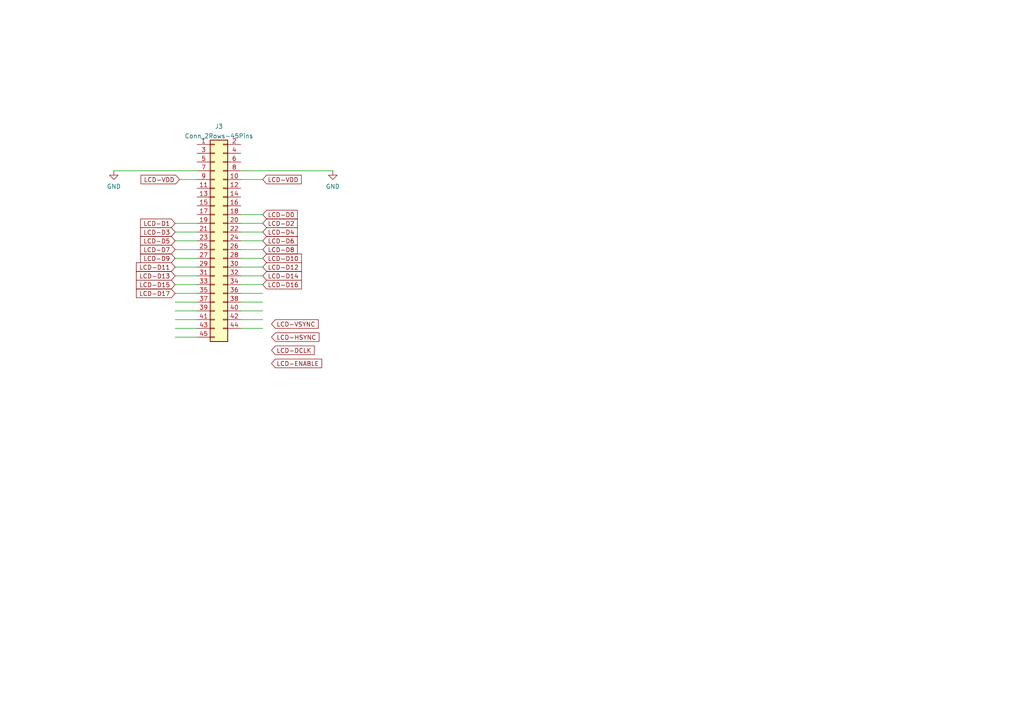
<source format=kicad_sch>
(kicad_sch (version 20210621) (generator eeschema)
  (paper "A4")
  (title_block (title "SAM9G10 SBC") (rev "0.1") (company "vd-rd"))
  (lib_symbols
    (symbol "Connector_Generic:Conn_2Rows-45Pins" (pin_names (offset 1.016) hide)
      (property "Reference" "J" (at 1.27 30.48 0))
      (property "Value" "Conn_2Rows-45Pins" (at 1.27 -30.48 0))
      (symbol "Conn_2Rows-45Pins_1_1"
        (rectangle (start -1.27 -27.813) (end 0 -28.067) (stroke (width 0.1524)))
        (rectangle (start -1.27 -25.273) (end 0 -25.527) (stroke (width 0.1524)))
        (rectangle (start -1.27 -22.733) (end 0 -22.987) (stroke (width 0.1524)))
        (rectangle (start -1.27 -20.193) (end 0 -20.447) (stroke (width 0.1524)))
        (rectangle (start -1.27 -17.653) (end 0 -17.907) (stroke (width 0.1524)))
        (rectangle (start -1.27 -15.113) (end 0 -15.367) (stroke (width 0.1524)))
        (rectangle (start -1.27 -12.573) (end 0 -12.827) (stroke (width 0.1524)))
        (rectangle (start -1.27 -10.033) (end 0 -10.287) (stroke (width 0.1524)))
        (rectangle (start -1.27 -7.493) (end 0 -7.747) (stroke (width 0.1524)))
        (rectangle (start -1.27 -4.953) (end 0 -5.207) (stroke (width 0.1524)))
        (rectangle (start -1.27 -2.413) (end 0 -2.667) (stroke (width 0.1524)))
        (rectangle (start -1.27 0.127) (end 0 -0.127) (stroke (width 0.1524)))
        (rectangle (start -1.27 2.667) (end 0 2.413) (stroke (width 0.1524)))
        (rectangle (start -1.27 5.207) (end 0 4.953) (stroke (width 0.1524)))
        (rectangle (start -1.27 7.747) (end 0 7.493) (stroke (width 0.1524)))
        (rectangle (start -1.27 10.287) (end 0 10.033) (stroke (width 0.1524)))
        (rectangle (start -1.27 12.827) (end 0 12.573) (stroke (width 0.1524)))
        (rectangle (start -1.27 15.367) (end 0 15.113) (stroke (width 0.1524)))
        (rectangle (start -1.27 17.907) (end 0 17.653) (stroke (width 0.1524)))
        (rectangle (start -1.27 20.447) (end 0 20.193) (stroke (width 0.1524)))
        (rectangle (start -1.27 22.987) (end 0 22.733) (stroke (width 0.1524)))
        (rectangle (start -1.27 25.527) (end 0 25.273) (stroke (width 0.1524)))
        (rectangle (start -1.27 28.067) (end 0 27.813) (stroke (width 0.1524)))
        (rectangle (start -1.27 29.21) (end 3.81 -29.21) (stroke (width 0.254)) (fill (type background)))
        (rectangle (start 3.81 -25.273) (end 2.54 -25.527) (stroke (width 0.1524)))
        (rectangle (start 3.81 -22.733) (end 2.54 -22.987) (stroke (width 0.1524)))
        (rectangle (start 3.81 -20.193) (end 2.54 -20.447) (stroke (width 0.1524)))
        (rectangle (start 3.81 -17.653) (end 2.54 -17.907) (stroke (width 0.1524)))
        (rectangle (start 3.81 -15.113) (end 2.54 -15.367) (stroke (width 0.1524)))
        (rectangle (start 3.81 -12.573) (end 2.54 -12.827) (stroke (width 0.1524)))
        (rectangle (start 3.81 -10.033) (end 2.54 -10.287) (stroke (width 0.1524)))
        (rectangle (start 3.81 -7.493) (end 2.54 -7.747) (stroke (width 0.1524)))
        (rectangle (start 3.81 -4.953) (end 2.54 -5.207) (stroke (width 0.1524)))
        (rectangle (start 3.81 -2.413) (end 2.54 -2.667) (stroke (width 0.1524)))
        (rectangle (start 3.81 0.127) (end 2.54 -0.127) (stroke (width 0.1524)))
        (rectangle (start 3.81 2.667) (end 2.54 2.413) (stroke (width 0.1524)))
        (rectangle (start 3.81 5.207) (end 2.54 4.953) (stroke (width 0.1524)))
        (rectangle (start 3.81 7.747) (end 2.54 7.493) (stroke (width 0.1524)))
        (rectangle (start 3.81 10.287) (end 2.54 10.033) (stroke (width 0.1524)))
        (rectangle (start 3.81 12.827) (end 2.54 12.573) (stroke (width 0.1524)))
        (rectangle (start 3.81 15.367) (end 2.54 15.113) (stroke (width 0.1524)))
        (rectangle (start 3.81 17.907) (end 2.54 17.653) (stroke (width 0.1524)))
        (rectangle (start 3.81 20.447) (end 2.54 20.193) (stroke (width 0.1524)))
        (rectangle (start 3.81 22.987) (end 2.54 22.733) (stroke (width 0.1524)))
        (rectangle (start 3.81 25.527) (end 2.54 25.273) (stroke (width 0.1524)))
        (rectangle (start 3.81 28.067) (end 2.54 27.813) (stroke (width 0.1524)))
        (pin passive line (at -5.08 27.94 0) (length 3.81) (name "Pin_1") (number "1"))
        (pin passive line (at 7.62 17.78 180) (length 3.81) (name "Pin_10") (number "10"))
        (pin passive line (at -5.08 15.24 0) (length 3.81) (name "Pin_11") (number "11"))
        (pin passive line (at 7.62 15.24 180) (length 3.81) (name "Pin_12") (number "12"))
        (pin passive line (at -5.08 12.7 0) (length 3.81) (name "Pin_13") (number "13"))
        (pin passive line (at 7.62 12.7 180) (length 3.81) (name "Pin_14") (number "14"))
        (pin passive line (at -5.08 10.16 0) (length 3.81) (name "Pin_15") (number "15"))
        (pin passive line (at 7.62 10.16 180) (length 3.81) (name "Pin_16") (number "16"))
        (pin passive line (at -5.08 7.62 0) (length 3.81) (name "Pin_17") (number "17"))
        (pin passive line (at 7.62 7.62 180) (length 3.81) (name "Pin_18") (number "18"))
        (pin passive line (at -5.08 5.08 0) (length 3.81) (name "Pin_19") (number "19"))
        (pin passive line (at 7.62 27.94 180) (length 3.81) (name "Pin_2") (number "2"))
        (pin passive line (at 7.62 5.08 180) (length 3.81) (name "Pin_20") (number "20"))
        (pin passive line (at -5.08 2.54 0) (length 3.81) (name "Pin_21") (number "21"))
        (pin passive line (at 7.62 2.54 180) (length 3.81) (name "Pin_22") (number "22"))
        (pin passive line (at -5.08 0 0) (length 3.81) (name "Pin_23") (number "23"))
        (pin passive line (at 7.62 0 180) (length 3.81) (name "Pin_24") (number "24"))
        (pin passive line (at -5.08 -2.54 0) (length 3.81) (name "Pin_25") (number "25"))
        (pin passive line (at 7.62 -2.54 180) (length 3.81) (name "Pin_26") (number "26"))
        (pin passive line (at -5.08 -5.08 0) (length 3.81) (name "Pin_27") (number "27"))
        (pin passive line (at 7.62 -5.08 180) (length 3.81) (name "Pin_28") (number "28"))
        (pin passive line (at -5.08 -7.62 0) (length 3.81) (name "Pin_29") (number "29"))
        (pin passive line (at -5.08 25.4 0) (length 3.81) (name "Pin_3") (number "3"))
        (pin passive line (at 7.62 -7.62 180) (length 3.81) (name "Pin_30") (number "30"))
        (pin passive line (at -5.08 -10.16 0) (length 3.81) (name "Pin_31") (number "31"))
        (pin passive line (at 7.62 -10.16 180) (length 3.81) (name "Pin_32") (number "32"))
        (pin passive line (at -5.08 -12.7 0) (length 3.81) (name "Pin_33") (number "33"))
        (pin passive line (at 7.62 -12.7 180) (length 3.81) (name "Pin_34") (number "34"))
        (pin passive line (at -5.08 -15.24 0) (length 3.81) (name "Pin_35") (number "35"))
        (pin passive line (at 7.62 -15.24 180) (length 3.81) (name "Pin_36") (number "36"))
        (pin passive line (at -5.08 -17.78 0) (length 3.81) (name "Pin_37") (number "37"))
        (pin passive line (at 7.62 -17.78 180) (length 3.81) (name "Pin_38") (number "38"))
        (pin passive line (at -5.08 -20.32 0) (length 3.81) (name "Pin_39") (number "39"))
        (pin passive line (at 7.62 25.4 180) (length 3.81) (name "Pin_4") (number "4"))
        (pin passive line (at 7.62 -20.32 180) (length 3.81) (name "Pin_40") (number "40"))
        (pin passive line (at -5.08 -22.86 0) (length 3.81) (name "Pin_41") (number "41"))
        (pin passive line (at 7.62 -22.86 180) (length 3.81) (name "Pin_42") (number "42"))
        (pin passive line (at -5.08 -25.4 0) (length 3.81) (name "Pin_43") (number "43"))
        (pin passive line (at 7.62 -25.4 180) (length 3.81) (name "Pin_44") (number "44"))
        (pin passive line (at -5.08 -27.94 0) (length 3.81) (name "Pin_45") (number "45"))
        (pin passive line (at -5.08 22.86 0) (length 3.81) (name "Pin_5") (number "5"))
        (pin passive line (at 7.62 22.86 180) (length 3.81) (name "Pin_6") (number "6"))
        (pin passive line (at -5.08 20.32 0) (length 3.81) (name "Pin_7") (number "7"))
        (pin passive line (at 7.62 20.32 180) (length 3.81) (name "Pin_8") (number "8"))
        (pin passive line (at -5.08 17.78 0) (length 3.81) (name "Pin_9") (number "9"))
      )
    )
    (symbol "power:GND" (power) (pin_names (offset 0))
      (property "Value" "GND" (at 0 -3.81 0))
      (symbol "GND_0_1"
        (polyline (pts (xy 0 0) (xy 0 -1.27) (xy 1.27 -1.27) (xy 0 -2.54) (xy -1.27 -1.27) (xy 0 -1.27)))
      )
      (symbol "GND_1_1"
        (pin power_in line (at 0 0 270) (length 0) hide (name "GND") (number "1"))
      )
    )
  )
  (wire (pts (xy 69.85 74.93) (xy 76.2 74.93)))
  (wire (pts (xy 69.85 90.17) (xy 76.2 90.17)))
  (wire (pts (xy 33.02 49.53) (xy 57.15 49.53)))
  (wire (pts (xy 50.8 97.79) (xy 57.15 97.79)))
  (wire (pts (xy 69.85 62.23) (xy 76.2 62.23)))
  (wire (pts (xy 69.85 87.63) (xy 76.2 87.63)))
  (wire (pts (xy 50.8 77.47) (xy 57.15 77.47)))
  (wire (pts (xy 69.85 49.53) (xy 96.52 49.53)))
  (wire (pts (xy 69.85 85.09) (xy 76.2 85.09)))
  (wire (pts (xy 50.8 87.63) (xy 57.15 87.63)))
  (wire (pts (xy 69.85 69.85) (xy 76.2 69.85)))
  (wire (pts (xy 50.8 90.17) (xy 57.15 90.17)))
  (wire (pts (xy 69.85 72.39) (xy 76.2 72.39)))
  (wire (pts (xy 52.07 52.07) (xy 57.15 52.07)))
  (wire (pts (xy 69.85 77.47) (xy 76.2 77.47)))
  (wire (pts (xy 69.85 67.31) (xy 76.2 67.31)))
  (wire (pts (xy 69.85 92.71) (xy 76.2 92.71)))
  (wire (pts (xy 50.8 67.31) (xy 57.15 67.31)))
  (wire (pts (xy 50.8 69.85) (xy 57.15 69.85)))
  (wire (pts (xy 50.8 85.09) (xy 57.15 85.09)))
  (wire (pts (xy 69.85 82.55) (xy 76.2 82.55)))
  (wire (pts (xy 50.8 95.25) (xy 57.15 95.25)))
  (wire (pts (xy 50.8 64.77) (xy 57.15 64.77)))
  (wire (pts (xy 69.85 80.01) (xy 76.2 80.01)))
  (wire (pts (xy 50.8 80.01) (xy 57.15 80.01)))
  (wire (pts (xy 50.8 82.55) (xy 57.15 82.55)))
  (wire (pts (xy 69.85 95.25) (xy 76.2 95.25)))
  (wire (pts (xy 50.8 74.93) (xy 57.15 74.93)))
  (wire (pts (xy 50.8 72.39) (xy 57.15 72.39)))
  (wire (pts (xy 69.85 52.07) (xy 76.2 52.07)))
  (wire (pts (xy 50.8 92.71) (xy 57.15 92.71)))
  (wire (pts (xy 69.85 64.77) (xy 76.2 64.77)))
  (global_label "LCD-D13" (shape input) (at 50.8 80.01 180) (property "Intersheet References" "${INTERSHEET_REFS}" (effects hide)))
  (global_label "LCD-D1" (shape input) (at 50.8 64.77 180) (property "Intersheet References" "${INTERSHEET_REFS}" (effects hide)))
  (global_label "LCD-D6" (shape input) (at 76.2 69.85 0) (property "Intersheet References" "${INTERSHEET_REFS}" (effects hide)))
  (global_label "LCD-D11" (shape input) (at 50.8 77.47 180) (property "Intersheet References" "${INTERSHEET_REFS}" (effects hide)))
  (global_label "LCD-D4" (shape input) (at 76.2 67.31 0) (property "Intersheet References" "${INTERSHEET_REFS}" (effects hide)))
  (global_label "LCD-HSYNC" (shape input) (at 78.74 97.79 0) (property "Intersheet References" "${INTERSHEET_REFS}" (effects hide)))
  (global_label "LCD-D5" (shape input) (at 50.8 69.85 180) (property "Intersheet References" "${INTERSHEET_REFS}" (effects hide)))
  (global_label "LCD-D14" (shape input) (at 76.2 80.01 0) (property "Intersheet References" "${INTERSHEET_REFS}" (effects hide)))
  (global_label "LCD-D12" (shape input) (at 76.2 77.47 0) (property "Intersheet References" "${INTERSHEET_REFS}" (effects hide)))
  (global_label "LCD-D2" (shape input) (at 76.2 64.77 0) (property "Intersheet References" "${INTERSHEET_REFS}" (effects hide)))
  (global_label "LCD-D0" (shape input) (at 76.2 62.23 0) (property "Intersheet References" "${INTERSHEET_REFS}" (effects hide)))
  (global_label "LCD-VDD" (shape input) (at 76.2 52.07 0) (property "Intersheet References" "${INTERSHEET_REFS}" (effects hide)))
  (global_label "LCD-D8" (shape input) (at 76.2 72.39 0) (property "Intersheet References" "${INTERSHEET_REFS}" (effects hide)))
  (global_label "LCD-ENABLE" (shape input) (at 78.74 105.41 0) (property "Intersheet References" "${INTERSHEET_REFS}" (effects hide)))
  (global_label "LCD-D7" (shape input) (at 50.8 72.39 180) (property "Intersheet References" "${INTERSHEET_REFS}" (effects hide)))
  (global_label "LCD-VSYNC" (shape input) (at 78.74 93.98 0) (property "Intersheet References" "${INTERSHEET_REFS}" (effects hide)))
  (global_label "LCD-DCLK" (shape input) (at 78.74 101.6 0) (property "Intersheet References" "${INTERSHEET_REFS}" (effects hide)))
  (global_label "LCD-D17" (shape input) (at 50.8 85.09 180) (property "Intersheet References" "${INTERSHEET_REFS}" (effects hide)))
  (global_label "LCD-D3" (shape input) (at 50.8 67.31 180) (property "Intersheet References" "${INTERSHEET_REFS}" (effects hide)))
  (global_label "LCD-D16" (shape input) (at 76.2 82.55 0) (property "Intersheet References" "${INTERSHEET_REFS}" (effects hide)))
  (global_label "LCD-VDD" (shape input) (at 52.07 52.07 180) (property "Intersheet References" "${INTERSHEET_REFS}" (effects hide)))
  (global_label "LCD-D10" (shape input) (at 76.2 74.93 0) (property "Intersheet References" "${INTERSHEET_REFS}" (effects hide)))
  (global_label "LCD-D9" (shape input) (at 50.8 74.93 180) (property "Intersheet References" "${INTERSHEET_REFS}" (effects hide)))
  (global_label "LCD-D15" (shape input) (at 50.8 82.55 180) (property "Intersheet References" "${INTERSHEET_REFS}" (effects hide)))
  (symbol (lib_id "Connector_Generic:Conn_2Rows-45Pins") (at 62.23 69.85 0) (unit 1)
    (property "Reference" "J3" (at 63.5 36.6734 0))
    (property "Value" "Conn_2Rows-45Pins" (at 63.5 39.4485 0))
    (property "Footprint" "Connector_FFC-FPC:Hirose_FH12-45S-0.5SH_1x45-1MP_P0.50mm_Horizontal" (effects hide))
  )
  (symbol (lib_id "power:GND") (at 96.52 49.53 0) (unit 1)
    (property "Reference" "#PWR0118" (effects hide))
    (property "Value" "GND" (at 96.52 54.0926 0))
  )
  (symbol (lib_id "power:GND") (at 33.02 49.53 0) (unit 1)
    (property "Reference" "#PWR0114" (effects hide))
    (property "Value" "GND" (at 33.02 54.0926 0))
  )
)
</source>
